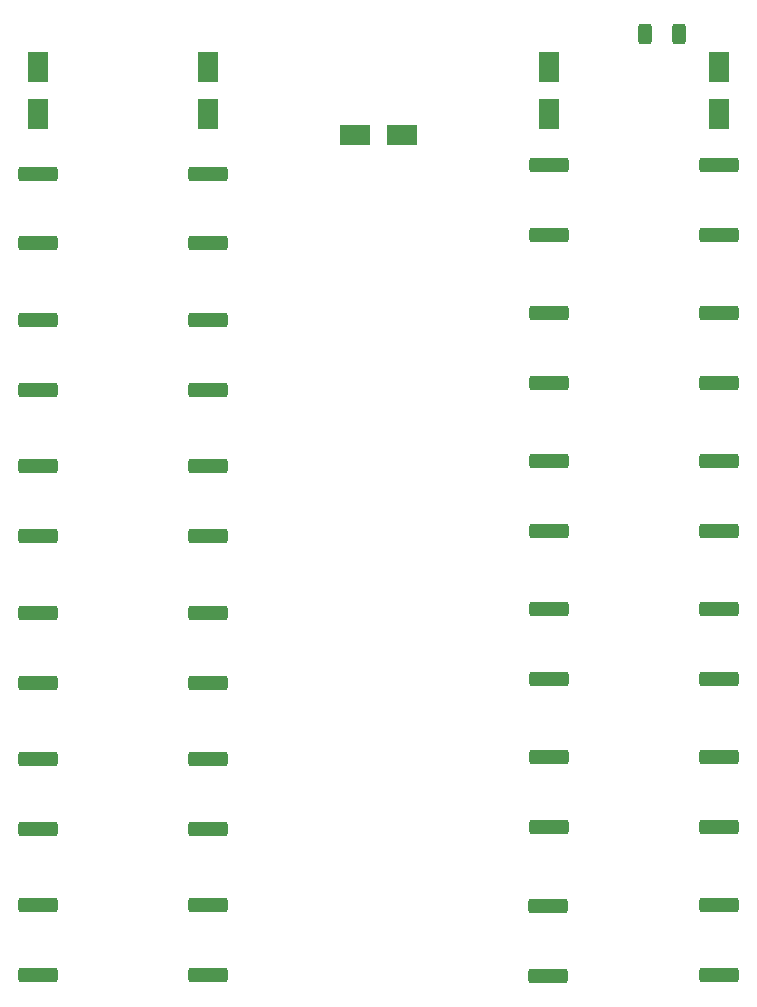
<source format=gbr>
%TF.GenerationSoftware,KiCad,Pcbnew,(6.0.0)*%
%TF.CreationDate,2022-06-28T12:49:40+09:30*%
%TF.ProjectId,Indicator V2,496e6469-6361-4746-9f72-2056322e6b69,E*%
%TF.SameCoordinates,Original*%
%TF.FileFunction,Paste,Top*%
%TF.FilePolarity,Positive*%
%FSLAX46Y46*%
G04 Gerber Fmt 4.6, Leading zero omitted, Abs format (unit mm)*
G04 Created by KiCad (PCBNEW (6.0.0)) date 2022-06-28 12:49:40*
%MOMM*%
%LPD*%
G01*
G04 APERTURE LIST*
G04 Aperture macros list*
%AMRoundRect*
0 Rectangle with rounded corners*
0 $1 Rounding radius*
0 $2 $3 $4 $5 $6 $7 $8 $9 X,Y pos of 4 corners*
0 Add a 4 corners polygon primitive as box body*
4,1,4,$2,$3,$4,$5,$6,$7,$8,$9,$2,$3,0*
0 Add four circle primitives for the rounded corners*
1,1,$1+$1,$2,$3*
1,1,$1+$1,$4,$5*
1,1,$1+$1,$6,$7*
1,1,$1+$1,$8,$9*
0 Add four rect primitives between the rounded corners*
20,1,$1+$1,$2,$3,$4,$5,0*
20,1,$1+$1,$4,$5,$6,$7,0*
20,1,$1+$1,$6,$7,$8,$9,0*
20,1,$1+$1,$8,$9,$2,$3,0*%
G04 Aperture macros list end*
%ADD10RoundRect,0.250000X1.425000X-0.362500X1.425000X0.362500X-1.425000X0.362500X-1.425000X-0.362500X0*%
%ADD11R,1.800000X2.500000*%
%ADD12RoundRect,0.250000X-0.312500X-0.625000X0.312500X-0.625000X0.312500X0.625000X-0.312500X0.625000X0*%
%ADD13R,2.500000X1.800000*%
G04 APERTURE END LIST*
D10*
%TO.C,R18*%
X128083332Y-112748698D03*
X128083332Y-106823698D03*
%TD*%
%TO.C,R15*%
X113666666Y-100355599D03*
X113666666Y-94430599D03*
%TD*%
D11*
%TO.C,D2*%
X156916664Y-77000000D03*
X156916664Y-73000000D03*
%TD*%
D10*
%TO.C,R6*%
X171333330Y-112298698D03*
X171333330Y-106373698D03*
%TD*%
D11*
%TO.C,D1*%
X171333330Y-77000000D03*
X171333330Y-73000000D03*
%TD*%
D10*
%TO.C,R20*%
X156916664Y-124841797D03*
X156916664Y-118916797D03*
%TD*%
%TO.C,R12*%
X113666666Y-87962500D03*
X113666666Y-82037500D03*
%TD*%
%TO.C,R24*%
X128083332Y-137534896D03*
X128083332Y-131609896D03*
%TD*%
%TO.C,R28*%
X113666666Y-149927998D03*
X113666666Y-144002998D03*
%TD*%
%TO.C,R8*%
X171333330Y-137384896D03*
X171333330Y-131459896D03*
%TD*%
%TO.C,R25*%
X113666666Y-137534896D03*
X113666666Y-131609896D03*
%TD*%
%TO.C,R13*%
X171333330Y-99755599D03*
X171333330Y-93830599D03*
%TD*%
D11*
%TO.C,D4*%
X113666666Y-77000000D03*
X113666666Y-73000000D03*
%TD*%
D10*
%TO.C,R19*%
X113666666Y-112748698D03*
X113666666Y-106823698D03*
%TD*%
%TO.C,R14*%
X128083332Y-100355599D03*
X128083332Y-94430599D03*
%TD*%
%TO.C,R23*%
X156916664Y-137384896D03*
X156916664Y-131459896D03*
%TD*%
%TO.C,R11*%
X128083332Y-87962500D03*
X128083332Y-82037500D03*
%TD*%
D12*
%TO.C,R4*%
X165037500Y-70250000D03*
X167962500Y-70250000D03*
%TD*%
D13*
%TO.C,D5*%
X140500000Y-78750000D03*
X144500000Y-78750000D03*
%TD*%
D10*
%TO.C,R27*%
X128083332Y-149927998D03*
X128083332Y-144002998D03*
%TD*%
%TO.C,R1*%
X156916664Y-87212500D03*
X156916664Y-81287500D03*
%TD*%
D11*
%TO.C,D3*%
X128083332Y-77000000D03*
X128083332Y-73000000D03*
%TD*%
D10*
%TO.C,R17*%
X156916664Y-112298698D03*
X156916664Y-106373698D03*
%TD*%
%TO.C,R7*%
X171333330Y-124841797D03*
X171333330Y-118916797D03*
%TD*%
%TO.C,R2*%
X156916664Y-99755599D03*
X156916664Y-93830599D03*
%TD*%
%TO.C,R10*%
X171333330Y-87212500D03*
X171333330Y-81287500D03*
%TD*%
%TO.C,R9*%
X171333330Y-149927998D03*
X171333330Y-144002998D03*
%TD*%
%TO.C,R26*%
X156900000Y-149962500D03*
X156900000Y-144037500D03*
%TD*%
%TO.C,R22*%
X113666666Y-125141797D03*
X113666666Y-119216797D03*
%TD*%
%TO.C,R21*%
X128083332Y-125141797D03*
X128083332Y-119216797D03*
%TD*%
M02*

</source>
